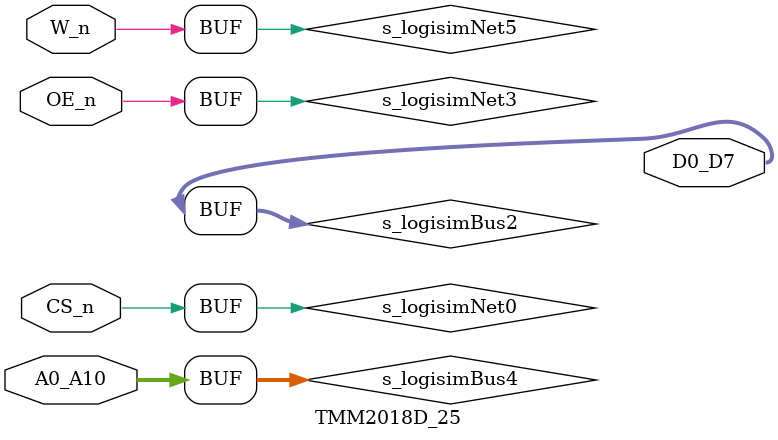
<source format=v>
/******************************************************************************
 ** Logisim-evolution goes FPGA automatic generated Verilog code             **
 ** https://github.com/logisim-evolution/                                    **
 **                                                                          **
 ** Component : TMM2018D_25                                                  **
 **                                                                          **
 *****************************************************************************/

module TMM2018D_25( A0_A10,
                    CS_n,
                    D0_D7,
                    OE_n,
                    W_n );

   /*******************************************************************************
   ** The inputs are defined here                                                **
   *******************************************************************************/
   input [10:0] A0_A10;
   input        CS_n;
   input        OE_n;
   input        W_n;

   /*******************************************************************************
   ** The outputs are defined here                                               **
   *******************************************************************************/
   output [7:0] D0_D7;

   /*******************************************************************************
   ** The wires are defined here                                                 **
   *******************************************************************************/
   wire [7:0]  s_logisimBus2;
   wire [10:0] s_logisimBus4;
   wire        s_logisimNet0;
   wire        s_logisimNet1;
   wire        s_logisimNet3;
   wire        s_logisimNet5;

   /*******************************************************************************
   ** The module functionality is described here                                 **
   *******************************************************************************/

   /*******************************************************************************
   ** Here all input connections are defined                                     **
   *******************************************************************************/
   assign s_logisimBus4[10:0] = A0_A10;
   assign s_logisimNet0       = CS_n;
   assign s_logisimNet3       = OE_n;
   assign s_logisimNet5       = W_n;

   /*******************************************************************************
   ** Here all output connections are defined                                    **
   *******************************************************************************/
   assign D0_D7 = s_logisimBus2[7:0];

   /*******************************************************************************
   ** Here all in-lined components are defined                                   **
   *******************************************************************************/

   // NOT Gate
   assign s_logisimNet1 = ~s_logisimNet3;

endmodule

</source>
